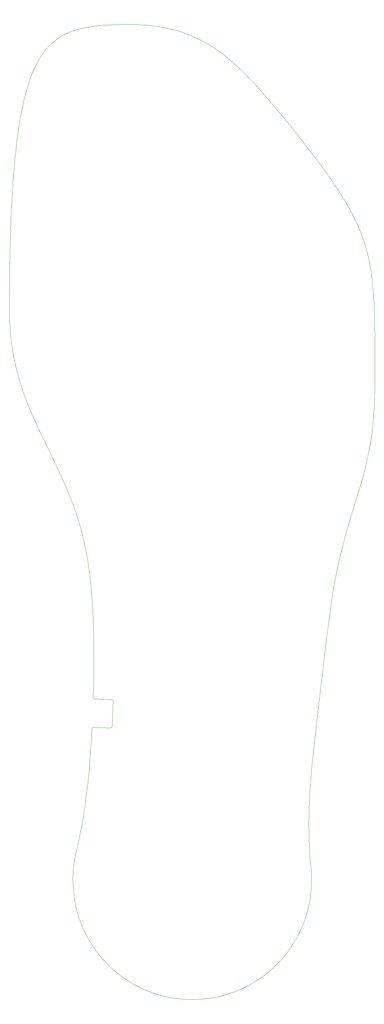
<source format=gm1>
G04 #@! TF.GenerationSoftware,KiCad,Pcbnew,(5.0.0)*
G04 #@! TF.CreationDate,2020-01-12T10:43:55+01:00*
G04 #@! TF.ProjectId,Insole_PCB,496E736F6C655F5043422E6B69636164,rev?*
G04 #@! TF.SameCoordinates,Original*
G04 #@! TF.FileFunction,Profile,NP*
%FSLAX46Y46*%
G04 Gerber Fmt 4.6, Leading zero omitted, Abs format (unit mm)*
G04 Created by KiCad (PCBNEW (5.0.0)) date 01/12/20 10:43:55*
%MOMM*%
%LPD*%
G01*
G04 APERTURE LIST*
%ADD10C,0.100000*%
G04 APERTURE END LIST*
D10*
X189889453Y-207530707D02*
X190139453Y-200400707D01*
X189889452Y-207529361D02*
G75*
G02X189443259Y-207890707I-401061J39080D01*
G01*
X184699453Y-207720707D02*
X189449453Y-207890707D01*
X189859269Y-200102814D02*
G75*
G02X190139453Y-200390707I-26761J-306331D01*
G01*
X184348954Y-208016623D02*
G75*
G02X184699453Y-207720707I320499J-24084D01*
G01*
X184995369Y-199930706D02*
G75*
G02X184699453Y-199580207I24084J320499D01*
G01*
X184684613Y-177942495D02*
X184766813Y-180432475D01*
X168899403Y-124098413D02*
X169870443Y-126190097D01*
X182079193Y-156240449D02*
X182586203Y-158562824D01*
X163983403Y-111047105D02*
X164653229Y-113305871D01*
X164653229Y-113305871D02*
X165393811Y-115524530D01*
X165393811Y-115524530D02*
X166196957Y-117708434D01*
X163390187Y-108742711D02*
X163983403Y-111047105D01*
X181504183Y-153947558D02*
X182079193Y-156240449D01*
X180158013Y-149450612D02*
X180862323Y-151684697D01*
X183411883Y-163287228D02*
X183738963Y-165684945D01*
X184014453Y-168103467D02*
X184242573Y-170540639D01*
X181360523Y-235538945D02*
X180940713Y-237656758D01*
X183029033Y-160912469D02*
X183411883Y-163287228D01*
X182586203Y-158562824D02*
X183029033Y-160912469D01*
X184573453Y-175462306D02*
X184684613Y-177942495D01*
X183292913Y-222157247D02*
X183035243Y-224462224D01*
X184349453Y-208020707D02*
X184252133Y-210273976D01*
X177714913Y-142908040D02*
X178579853Y-145063581D01*
X179395703Y-147244006D02*
X180158013Y-149450612D01*
X183035243Y-224462224D02*
X182753243Y-226739400D01*
X182112113Y-231203687D02*
X181750783Y-233387723D01*
X169870443Y-126190097D02*
X171868443Y-130344083D01*
X167957985Y-121990695D02*
X168899403Y-124098413D01*
X162877522Y-106389146D02*
X163390187Y-108742711D01*
X184252133Y-210273976D02*
X183930163Y-215092282D01*
X184427503Y-172994302D02*
X184573453Y-175462306D01*
X183527273Y-219826154D02*
X183292913Y-222157247D01*
X184242573Y-170540639D02*
X184427503Y-172994302D01*
X184862413Y-185431997D02*
X184874513Y-190443746D01*
X166196957Y-117708434D02*
X167054425Y-119862262D01*
X180010363Y-241789518D02*
X179607493Y-243683381D01*
X180490843Y-239740499D02*
X180010363Y-241789518D01*
X171868443Y-130344083D02*
X173886113Y-134490096D01*
X183739343Y-217470609D02*
X183527273Y-219826154D01*
X175857573Y-138665579D02*
X176805333Y-140776086D01*
X167054425Y-119862262D02*
X167957985Y-121990695D01*
X173886113Y-134490096D02*
X175857573Y-138665579D01*
X180940713Y-237656758D02*
X180490843Y-239740499D01*
X180862323Y-151684697D02*
X181504183Y-153947558D01*
X181750783Y-233387723D02*
X181360523Y-235538945D01*
X183738963Y-165684945D02*
X184014453Y-168103467D01*
X178579853Y-145063581D02*
X179395703Y-147244006D01*
X176805333Y-140776086D02*
X177714913Y-142908040D01*
X182445873Y-228987111D02*
X182112113Y-231203687D01*
X182753243Y-226739400D02*
X182445873Y-228987111D01*
X183930163Y-215092282D02*
X183739343Y-217470609D01*
X184999453Y-199930707D02*
X189859453Y-200100707D01*
X184819453Y-195050707D02*
X184699453Y-199570707D01*
X184874513Y-190443746D02*
X184819453Y-195070707D01*
X184766813Y-180432475D02*
X184862413Y-185431997D01*
X162071653Y-68770971D02*
X161973493Y-71562207D01*
X177110693Y-17332788D02*
X176405543Y-17694858D01*
X164104345Y-43770228D02*
X163844091Y-45635948D01*
X177839613Y-17000118D02*
X177110693Y-17332788D01*
X163156389Y-51702535D02*
X162957575Y-53885747D01*
X184640453Y-15249088D02*
X183691583Y-15388038D01*
X164672438Y-40265368D02*
X164380400Y-41980498D01*
X173198323Y-20011678D02*
X172612933Y-20589428D01*
X186624453Y-15028538D02*
X185618033Y-15129628D01*
X161684133Y-86930223D02*
X161665293Y-90295716D01*
X163370294Y-49600743D02*
X163156389Y-51702535D01*
X166374903Y-32768498D02*
X166002355Y-34128018D01*
X166763239Y-31475818D02*
X166374903Y-32768498D01*
X174421873Y-18976168D02*
X173800933Y-19474538D01*
X175062223Y-18514688D02*
X174421873Y-18976168D01*
X179373203Y-16415518D02*
X178593413Y-16694958D01*
X183691583Y-15388038D02*
X182771293Y-15547648D01*
X161715743Y-83663839D02*
X161684133Y-86930223D01*
X168472185Y-26941568D02*
X168021845Y-27982848D01*
X161818003Y-77422963D02*
X161760303Y-80495206D01*
X164380400Y-41980498D02*
X164104345Y-43770228D01*
X178593413Y-16694958D02*
X177839613Y-17000118D01*
X161760303Y-80495206D02*
X161715743Y-83663839D01*
X170424463Y-23349198D02*
X169913983Y-24164568D01*
X172043693Y-21209688D02*
X171489503Y-21874318D01*
X176405543Y-17694858D02*
X175723093Y-18088198D01*
X164980638Y-38623478D02*
X164672438Y-40265368D01*
X165645716Y-35555958D02*
X165305105Y-37053918D01*
X162183657Y-66070676D02*
X162071653Y-68770971D01*
X163844091Y-45635948D02*
X163599470Y-47579008D01*
X166002355Y-34128018D02*
X165645716Y-35555958D01*
X172612933Y-20589428D02*
X172043693Y-21209688D01*
X182771293Y-15547648D02*
X181879433Y-15729038D01*
X162449907Y-60937482D02*
X162309683Y-63459966D01*
X180180533Y-16161828D02*
X179373203Y-16415518D01*
X162449307Y-103982919D02*
X162877522Y-106389146D01*
X162109452Y-101520543D02*
X162449307Y-103982919D01*
X162309683Y-63459966D02*
X162183657Y-66070676D01*
X169418375Y-25034018D02*
X168937734Y-25959158D01*
X161861863Y-98998536D02*
X162109452Y-101520543D01*
X161773883Y-97714086D02*
X161861863Y-98998536D01*
X161710443Y-96413415D02*
X161773883Y-97714086D01*
X162604513Y-58501859D02*
X162449907Y-60937482D01*
X161665293Y-90295716D02*
X161659093Y-93761689D01*
X168021845Y-27982848D02*
X167586828Y-29084588D01*
X161672013Y-95096093D02*
X161710443Y-96413415D01*
X167586828Y-29084588D02*
X167167253Y-30248378D01*
X173800933Y-19474538D02*
X173198323Y-20011678D01*
X181015893Y-15933388D02*
X180180533Y-16161828D01*
X168937734Y-25959158D02*
X168472185Y-26941568D01*
X161973493Y-71562207D02*
X161889003Y-74445752D01*
X162773676Y-56151731D02*
X162604513Y-58501859D01*
X162957575Y-53885747D02*
X162773676Y-56151731D01*
X161889003Y-74445752D02*
X161818003Y-77422963D01*
X163599470Y-47579008D02*
X163370294Y-49600743D01*
X167167253Y-30248378D02*
X166763239Y-31475818D01*
X170949673Y-22586318D02*
X170424463Y-23349198D01*
X175723093Y-18088198D02*
X175062223Y-18514688D01*
X165305105Y-37053918D02*
X164980638Y-38623478D01*
X169913983Y-24164568D02*
X169418375Y-25034018D01*
X171489503Y-21874318D02*
X170949673Y-22586318D01*
X185618033Y-15129628D02*
X184640453Y-15249088D01*
X181879433Y-15729038D02*
X181015893Y-15933388D01*
X161659093Y-93761689D02*
X161672013Y-95096093D01*
X259876893Y-76684636D02*
X259433933Y-75147313D01*
X241293133Y-45555668D02*
X238984073Y-42670278D01*
X254317143Y-63879216D02*
X253490353Y-62501317D01*
X255105653Y-65256360D02*
X254317143Y-63879216D01*
X258416343Y-72212224D02*
X257841653Y-70795270D01*
X220975813Y-23411668D02*
X219429233Y-22243548D01*
X225285743Y-27182658D02*
X223897143Y-25886438D01*
X203394513Y-15458428D02*
X202059103Y-15246378D01*
X205911283Y-15977428D02*
X204677543Y-15702748D01*
X197707653Y-14823238D02*
X196131803Y-14759638D01*
X238984073Y-42670278D02*
X236631093Y-39780338D01*
X190941193Y-14784738D02*
X189818083Y-14823938D01*
X199218753Y-14926838D02*
X197707653Y-14823238D01*
X200668213Y-15068538D02*
X199218753Y-14926838D01*
X227953503Y-29866758D02*
X226635553Y-28511168D01*
X187659843Y-14944638D02*
X186624453Y-15028538D01*
X188724343Y-14876838D02*
X187659843Y-14944638D01*
X189818083Y-14823938D02*
X188724343Y-14876838D01*
X209348313Y-16965128D02*
X208243793Y-16610098D01*
X207098883Y-16280478D02*
X205911283Y-15977428D01*
X250799013Y-58347661D02*
X249837843Y-56951306D01*
X255854003Y-66634305D02*
X255105653Y-65256360D01*
X192093813Y-14758138D02*
X190941193Y-14784738D01*
X193276083Y-14743038D02*
X192093813Y-14758138D01*
X194488113Y-14738038D02*
X193276083Y-14743038D01*
X214338203Y-19084238D02*
X213404303Y-18618098D01*
X245730073Y-51292660D02*
X243546153Y-48431428D01*
X216124493Y-20072518D02*
X215244233Y-19569388D01*
X260276013Y-78281270D02*
X259876893Y-76684636D01*
X226635553Y-28511168D02*
X225285743Y-27182658D01*
X249837843Y-56951306D02*
X247831813Y-54134465D01*
X247831813Y-54134465D02*
X245730073Y-51292660D01*
X196131803Y-14759638D02*
X194488113Y-14738038D01*
X202059103Y-15246378D02*
X200668213Y-15068538D01*
X204677543Y-15702748D02*
X203394513Y-15458428D01*
X208243793Y-16610098D02*
X207098883Y-16280478D01*
X210414543Y-17344508D02*
X209348313Y-16965128D01*
X211444553Y-17747168D02*
X210414543Y-17344508D01*
X212440443Y-18172068D02*
X211444553Y-17747168D01*
X213404303Y-18618098D02*
X212440443Y-18172068D01*
X219429233Y-22243548D02*
X217816003Y-21128418D01*
X215244233Y-19569388D02*
X214338203Y-19084238D01*
X229246493Y-31244218D02*
X227953503Y-29866758D01*
X243546153Y-48431428D02*
X241293133Y-45555668D01*
X261336583Y-84548367D02*
X261215703Y-83569668D01*
X260944083Y-81705243D02*
X260631373Y-79948826D01*
X261447773Y-85561249D02*
X261336583Y-84548367D01*
X234231213Y-36899798D02*
X231773373Y-34047968D01*
X217816003Y-21128418D02*
X216124493Y-20072518D01*
X222462803Y-24627698D02*
X220975813Y-23411668D01*
X252627153Y-61121121D02*
X251729413Y-59737088D01*
X261084933Y-82622761D02*
X260944083Y-81705243D01*
X236631093Y-39780338D02*
X234231213Y-36899798D01*
X257222993Y-69399251D02*
X256560323Y-68014592D01*
X257841653Y-70795270D02*
X257222993Y-69399251D01*
X251729413Y-59737088D02*
X250799013Y-58347661D01*
X256560323Y-68014592D02*
X255854003Y-66634305D01*
X261215703Y-83569668D02*
X261084933Y-82622761D01*
X259433933Y-75147313D02*
X258947093Y-73659703D01*
X223897143Y-25886438D02*
X222462803Y-24627698D01*
X231773373Y-34047968D02*
X229246493Y-31244218D01*
X253490353Y-62501317D02*
X252627153Y-61121121D01*
X258947093Y-73659703D02*
X258416343Y-72212224D01*
X260631373Y-79948826D02*
X260276013Y-78281270D01*
X220174163Y-281345788D02*
X222033063Y-280802828D01*
X179957893Y-257140638D02*
X180459533Y-259011108D01*
X227373033Y-278531438D02*
X229053473Y-277568918D01*
X179567413Y-255243838D02*
X179957893Y-257140638D01*
X240867363Y-265030068D02*
X241728213Y-263295348D01*
X216376583Y-282098518D02*
X218286473Y-281778178D01*
X184560913Y-267745268D02*
X185679833Y-269325878D01*
X225638773Y-279393208D02*
X227373033Y-278531438D01*
X243135953Y-259688898D02*
X243677933Y-257829708D01*
X204825433Y-281632668D02*
X206727953Y-281994238D01*
X238846623Y-268332308D02*
X239905713Y-266710998D01*
X182612073Y-264400088D02*
X183537143Y-266101428D01*
X206727953Y-281994238D02*
X208648483Y-282243008D01*
X181788933Y-262647158D02*
X182612073Y-264400088D01*
X197526443Y-279089248D02*
X199291693Y-279885618D01*
X237693773Y-269888348D02*
X238846623Y-268332308D01*
X218286473Y-281778178D02*
X220174163Y-281345788D01*
X214451123Y-282305688D02*
X216376583Y-282098518D01*
X179289463Y-253327308D02*
X179567413Y-255243838D01*
X210580343Y-282378088D02*
X212516793Y-282398988D01*
X186890003Y-270837758D02*
X188187223Y-272275648D01*
X180459533Y-259011108D02*
X181070583Y-260848738D01*
X191024433Y-274909748D02*
X192554553Y-276096778D01*
X241728213Y-263295348D02*
X242485293Y-261512888D01*
X222033063Y-280802828D02*
X223856713Y-280151218D01*
X208648483Y-282243008D02*
X210580343Y-282378088D01*
X236451183Y-271373698D02*
X237693773Y-269888348D01*
X185679833Y-269325878D02*
X186890003Y-270837758D01*
X233714363Y-274111948D02*
X235123173Y-272783208D01*
X244224563Y-242162243D02*
X244107083Y-240126858D01*
X244569043Y-246303590D02*
X244378133Y-244220402D01*
X235123173Y-272783208D02*
X236451183Y-271373698D01*
X194152003Y-277191528D02*
X195811223Y-278190168D01*
X244378133Y-244220402D02*
X244224563Y-242162243D01*
X244705143Y-248235364D02*
X244569043Y-246303590D01*
X232229663Y-275355318D02*
X233714363Y-274111948D01*
X244727143Y-250171808D02*
X244705143Y-248235364D01*
X199291693Y-279885618D02*
X201100823Y-280576518D01*
X244634843Y-252106178D02*
X244727143Y-250171808D01*
X201100823Y-280576518D02*
X202947543Y-281159558D01*
X244428673Y-254031748D02*
X244634843Y-252106178D01*
X195811223Y-278190168D02*
X197526443Y-279089248D01*
X183537143Y-266101428D02*
X184560913Y-267745268D01*
X244109333Y-255941798D02*
X244428673Y-254031748D01*
X230674223Y-276508978D02*
X232229663Y-275355318D01*
X229053473Y-277568918D02*
X230674223Y-276508978D01*
X243677933Y-257829708D02*
X244109333Y-255941798D01*
X223856713Y-280151218D02*
X225638773Y-279393208D01*
X202947543Y-281159558D02*
X204825433Y-281632668D01*
X189566963Y-273634558D02*
X191024433Y-274909748D01*
X181070583Y-260848738D02*
X181788933Y-262647158D01*
X242485293Y-261512888D02*
X243135953Y-259688898D01*
X188187223Y-272275648D02*
X189566963Y-273634558D01*
X212516793Y-282398988D02*
X214451123Y-282305688D01*
X239905713Y-266710998D02*
X240867363Y-265030068D01*
X192554553Y-276096778D02*
X194152003Y-277191528D01*
X179124993Y-251397738D02*
X179289463Y-253327308D01*
X179074593Y-249461818D02*
X179124993Y-251397738D01*
X179138393Y-247526307D02*
X179074593Y-249461818D01*
X179316243Y-245597920D02*
X179138393Y-247526307D01*
X179607493Y-243683381D02*
X179316243Y-245597920D01*
X244107083Y-240126858D02*
X244024483Y-238112019D01*
X250807463Y-169331627D02*
X251211173Y-167098506D01*
X246913713Y-199784997D02*
X247174183Y-197540589D01*
X246656233Y-201995328D02*
X246913713Y-199784997D01*
X245210483Y-214551518D02*
X245665483Y-210489724D01*
X256806023Y-145774760D02*
X257872423Y-142278834D01*
X254616953Y-152931978D02*
X255161623Y-151102404D01*
X262140623Y-114135151D02*
X262146623Y-112789628D01*
X262088823Y-116744357D02*
X262121123Y-115453251D01*
X261922153Y-92490410D02*
X261865053Y-91222176D01*
X251211173Y-167098506D02*
X251638503Y-164917418D01*
X261970953Y-93809964D02*
X261922153Y-92490410D01*
X262144253Y-108616189D02*
X262141253Y-106665070D01*
X262146253Y-110656441D02*
X262144253Y-108616189D01*
X253556173Y-156718763D02*
X254080453Y-154801464D01*
X262012153Y-95184517D02*
X261970953Y-93809964D01*
X262046353Y-96617867D02*
X262012153Y-95184517D01*
X262074253Y-98113808D02*
X262046353Y-96617867D01*
X261741303Y-122810290D02*
X261916753Y-120460087D01*
X262043823Y-118008906D02*
X262088823Y-116744357D01*
X248240483Y-188238068D02*
X248802423Y-183453454D01*
X246402143Y-204171101D02*
X246656233Y-201995328D01*
X262096453Y-99676125D02*
X262074253Y-98113808D01*
X262113553Y-101308621D02*
X262096453Y-99676125D01*
X262126253Y-103015080D02*
X262113553Y-101308621D01*
X260210853Y-133239754D02*
X260594353Y-131302443D01*
X250068513Y-173934594D02*
X250427353Y-171613234D01*
X259349953Y-136956203D02*
X259794993Y-135121253D01*
X244017783Y-230213582D02*
X244190123Y-226327580D01*
X254080453Y-154801464D02*
X254616953Y-152931978D01*
X248802423Y-183453454D02*
X249405973Y-178663750D01*
X249405973Y-178663750D02*
X250068513Y-173934594D01*
X262135253Y-104799302D02*
X262126253Y-103015080D01*
X262141253Y-106665070D02*
X262135253Y-104799302D01*
X262146623Y-112789628D02*
X262146253Y-110656441D01*
X262121123Y-115453251D02*
X262140623Y-114135151D01*
X261916753Y-120460087D02*
X262043823Y-118008906D01*
X261518903Y-125063006D02*
X261741303Y-122810290D01*
X261251553Y-127223332D02*
X261518903Y-125063006D01*
X260942313Y-129300057D02*
X261251553Y-127223332D01*
X257872423Y-142278834D02*
X258878893Y-138753868D01*
X260594353Y-131302443D02*
X260942313Y-129300057D01*
X253048273Y-158689036D02*
X253556173Y-156718763D01*
X259794993Y-135121253D02*
X260210853Y-133239754D01*
X250427353Y-171613234D02*
X250807463Y-169331627D01*
X258878893Y-138753868D02*
X259349953Y-136956203D01*
X243958883Y-234135083D02*
X243973383Y-232168515D01*
X252088043Y-162788631D02*
X252558433Y-160712414D01*
X255710583Y-149304903D02*
X256806023Y-145774760D01*
X255161623Y-151102404D02*
X255710583Y-149304903D01*
X247437253Y-195262585D02*
X247702523Y-192951470D01*
X243975483Y-236115506D02*
X243958883Y-234135083D01*
X251638503Y-164917418D02*
X252088043Y-162788631D01*
X245905753Y-208417180D02*
X246151833Y-206311833D01*
X245665483Y-210489724D02*
X245905753Y-208417180D01*
X247702523Y-192951470D02*
X248240483Y-188238068D01*
X246151833Y-206311833D02*
X246402143Y-204171101D01*
X244024483Y-238112019D02*
X243975483Y-236115506D01*
X244457213Y-222441891D02*
X244802533Y-218526059D01*
X252558433Y-160712414D02*
X253048273Y-158689036D01*
X247174183Y-197540589D02*
X247437253Y-195262585D01*
X244802533Y-218526059D02*
X245210483Y-214551518D01*
X244190123Y-226327580D02*
X244457213Y-222441891D01*
X243973383Y-232168515D02*
X244017783Y-230213582D01*
X261641853Y-87699135D02*
X261549453Y-86610707D01*
X261725153Y-88828927D02*
X261641853Y-87699135D01*
X261865053Y-91222176D02*
X261799453Y-90002476D01*
X261799453Y-90002476D02*
X261725153Y-88828927D01*
X261549453Y-86610707D02*
X261447773Y-85561249D01*
M02*

</source>
